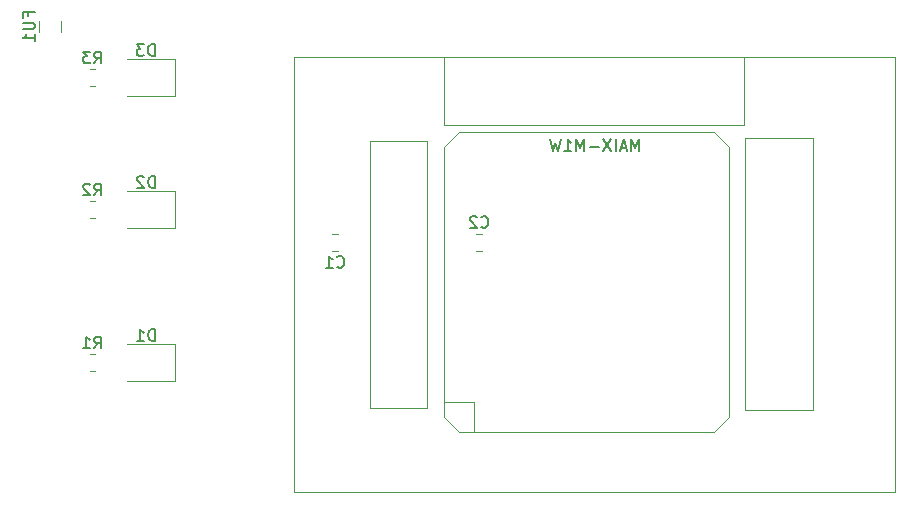
<source format=gbr>
%TF.GenerationSoftware,KiCad,Pcbnew,(5.1.10)-1*%
%TF.CreationDate,2021-10-19T15:45:20+08:00*%
%TF.ProjectId,M1W,4d31572e-6b69-4636-9164-5f7063625858,rev?*%
%TF.SameCoordinates,Original*%
%TF.FileFunction,Legend,Bot*%
%TF.FilePolarity,Positive*%
%FSLAX46Y46*%
G04 Gerber Fmt 4.6, Leading zero omitted, Abs format (unit mm)*
G04 Created by KiCad (PCBNEW (5.1.10)-1) date 2021-10-19 15:45:20*
%MOMM*%
%LPD*%
G01*
G04 APERTURE LIST*
%ADD10C,0.120000*%
%ADD11C,0.150000*%
G04 APERTURE END LIST*
D10*
%TO.C,R3*%
X180821064Y-103913000D02*
X180366936Y-103913000D01*
X180821064Y-105383000D02*
X180366936Y-105383000D01*
%TO.C,R2*%
X180821064Y-115089000D02*
X180366936Y-115089000D01*
X180821064Y-116559000D02*
X180366936Y-116559000D01*
%TO.C,R1*%
X180821064Y-128043000D02*
X180366936Y-128043000D01*
X180821064Y-129513000D02*
X180366936Y-129513000D01*
%TO.C,D3*%
X183529500Y-103063000D02*
X187589500Y-103063000D01*
X187589500Y-103063000D02*
X187589500Y-106233000D01*
X187589500Y-106233000D02*
X183529500Y-106233000D01*
%TO.C,D2*%
X183566000Y-114239000D02*
X187626000Y-114239000D01*
X187626000Y-114239000D02*
X187626000Y-117409000D01*
X187626000Y-117409000D02*
X183566000Y-117409000D01*
%TO.C,D1*%
X183566000Y-127193000D02*
X187626000Y-127193000D01*
X187626000Y-127193000D02*
X187626000Y-130363000D01*
X187626000Y-130363000D02*
X183566000Y-130363000D01*
%TO.C,C2*%
X213621252Y-117883000D02*
X213098748Y-117883000D01*
X213621252Y-119353000D02*
X213098748Y-119353000D01*
%TO.C,C1*%
X200906748Y-119353000D02*
X201429252Y-119353000D01*
X200906748Y-117883000D02*
X201429252Y-117883000D01*
%TO.C,FU1*%
X176128000Y-99839545D02*
X176128000Y-100820455D01*
X177948000Y-99839545D02*
X177948000Y-100820455D01*
%TO.C,MAIN1*%
X235899001Y-124647001D02*
X235899001Y-132775001D01*
X241614001Y-132775001D02*
X241614001Y-124647001D01*
X235899001Y-132775001D02*
X241614001Y-132775001D01*
X204149001Y-110042001D02*
X204149001Y-127695001D01*
X208975001Y-110042001D02*
X204149001Y-110042001D01*
X208975001Y-127695001D02*
X208975001Y-110042001D01*
X204149001Y-132648001D02*
X204149001Y-132521001D01*
X208975001Y-132648001D02*
X204149001Y-132648001D01*
X208975001Y-127695001D02*
X208975001Y-132648001D01*
X204149001Y-132521001D02*
X204149001Y-127695001D01*
X197672001Y-139760001D02*
X197672001Y-102930001D01*
X197672001Y-102930001D02*
X248599001Y-102930001D01*
X248599001Y-102930001D02*
X248599001Y-139760001D01*
X248599001Y-139760001D02*
X197672001Y-139760001D01*
X210372001Y-133410001D02*
X211642001Y-134680001D01*
X211642001Y-134680001D02*
X233232001Y-134680001D01*
X233232001Y-134680001D02*
X234502001Y-133410001D01*
X234502001Y-133410001D02*
X234502001Y-113090001D01*
X210372001Y-133410001D02*
X210372001Y-110550001D01*
X210372001Y-110550001D02*
X211642001Y-109280001D01*
X211642001Y-109280001D02*
X233232001Y-109280001D01*
X233232001Y-109280001D02*
X234502001Y-110550001D01*
X234502001Y-110550001D02*
X234502001Y-113090001D01*
X210372001Y-132140001D02*
X212912001Y-132140001D01*
X212912001Y-132140001D02*
X212912001Y-134680001D01*
X235899001Y-109788001D02*
X235899001Y-124647001D01*
X241614001Y-109788001D02*
X235899001Y-109788001D01*
X241614001Y-124647001D02*
X241614001Y-109788001D01*
X210372001Y-102930001D02*
X210372001Y-108645001D01*
X210372001Y-108645001D02*
X218500001Y-108645001D01*
X218500001Y-102930001D02*
X210372001Y-102930001D01*
X235772001Y-108645001D02*
X235772001Y-102930001D01*
X218500001Y-108645001D02*
X235772001Y-108645001D01*
X233359001Y-102930001D02*
X218500001Y-102930001D01*
%TO.C,R3*%
D11*
X180760666Y-103450380D02*
X181094000Y-102974190D01*
X181332095Y-103450380D02*
X181332095Y-102450380D01*
X180951142Y-102450380D01*
X180855904Y-102498000D01*
X180808285Y-102545619D01*
X180760666Y-102640857D01*
X180760666Y-102783714D01*
X180808285Y-102878952D01*
X180855904Y-102926571D01*
X180951142Y-102974190D01*
X181332095Y-102974190D01*
X180427333Y-102450380D02*
X179808285Y-102450380D01*
X180141619Y-102831333D01*
X179998761Y-102831333D01*
X179903523Y-102878952D01*
X179855904Y-102926571D01*
X179808285Y-103021809D01*
X179808285Y-103259904D01*
X179855904Y-103355142D01*
X179903523Y-103402761D01*
X179998761Y-103450380D01*
X180284476Y-103450380D01*
X180379714Y-103402761D01*
X180427333Y-103355142D01*
%TO.C,R2*%
X180760666Y-114626380D02*
X181094000Y-114150190D01*
X181332095Y-114626380D02*
X181332095Y-113626380D01*
X180951142Y-113626380D01*
X180855904Y-113674000D01*
X180808285Y-113721619D01*
X180760666Y-113816857D01*
X180760666Y-113959714D01*
X180808285Y-114054952D01*
X180855904Y-114102571D01*
X180951142Y-114150190D01*
X181332095Y-114150190D01*
X180379714Y-113721619D02*
X180332095Y-113674000D01*
X180236857Y-113626380D01*
X179998761Y-113626380D01*
X179903523Y-113674000D01*
X179855904Y-113721619D01*
X179808285Y-113816857D01*
X179808285Y-113912095D01*
X179855904Y-114054952D01*
X180427333Y-114626380D01*
X179808285Y-114626380D01*
%TO.C,R1*%
X180760666Y-127580380D02*
X181094000Y-127104190D01*
X181332095Y-127580380D02*
X181332095Y-126580380D01*
X180951142Y-126580380D01*
X180855904Y-126628000D01*
X180808285Y-126675619D01*
X180760666Y-126770857D01*
X180760666Y-126913714D01*
X180808285Y-127008952D01*
X180855904Y-127056571D01*
X180951142Y-127104190D01*
X181332095Y-127104190D01*
X179808285Y-127580380D02*
X180379714Y-127580380D01*
X180094000Y-127580380D02*
X180094000Y-126580380D01*
X180189238Y-126723238D01*
X180284476Y-126818476D01*
X180379714Y-126866095D01*
%TO.C,D3*%
X185867595Y-102820380D02*
X185867595Y-101820380D01*
X185629500Y-101820380D01*
X185486642Y-101868000D01*
X185391404Y-101963238D01*
X185343785Y-102058476D01*
X185296166Y-102248952D01*
X185296166Y-102391809D01*
X185343785Y-102582285D01*
X185391404Y-102677523D01*
X185486642Y-102772761D01*
X185629500Y-102820380D01*
X185867595Y-102820380D01*
X184962833Y-101820380D02*
X184343785Y-101820380D01*
X184677119Y-102201333D01*
X184534261Y-102201333D01*
X184439023Y-102248952D01*
X184391404Y-102296571D01*
X184343785Y-102391809D01*
X184343785Y-102629904D01*
X184391404Y-102725142D01*
X184439023Y-102772761D01*
X184534261Y-102820380D01*
X184819976Y-102820380D01*
X184915214Y-102772761D01*
X184962833Y-102725142D01*
%TO.C,D2*%
X185904095Y-113996380D02*
X185904095Y-112996380D01*
X185666000Y-112996380D01*
X185523142Y-113044000D01*
X185427904Y-113139238D01*
X185380285Y-113234476D01*
X185332666Y-113424952D01*
X185332666Y-113567809D01*
X185380285Y-113758285D01*
X185427904Y-113853523D01*
X185523142Y-113948761D01*
X185666000Y-113996380D01*
X185904095Y-113996380D01*
X184951714Y-113091619D02*
X184904095Y-113044000D01*
X184808857Y-112996380D01*
X184570761Y-112996380D01*
X184475523Y-113044000D01*
X184427904Y-113091619D01*
X184380285Y-113186857D01*
X184380285Y-113282095D01*
X184427904Y-113424952D01*
X184999333Y-113996380D01*
X184380285Y-113996380D01*
%TO.C,D1*%
X185904095Y-126950380D02*
X185904095Y-125950380D01*
X185666000Y-125950380D01*
X185523142Y-125998000D01*
X185427904Y-126093238D01*
X185380285Y-126188476D01*
X185332666Y-126378952D01*
X185332666Y-126521809D01*
X185380285Y-126712285D01*
X185427904Y-126807523D01*
X185523142Y-126902761D01*
X185666000Y-126950380D01*
X185904095Y-126950380D01*
X184380285Y-126950380D02*
X184951714Y-126950380D01*
X184666000Y-126950380D02*
X184666000Y-125950380D01*
X184761238Y-126093238D01*
X184856476Y-126188476D01*
X184951714Y-126236095D01*
%TO.C,C2*%
X213526666Y-117295142D02*
X213574285Y-117342761D01*
X213717142Y-117390380D01*
X213812380Y-117390380D01*
X213955238Y-117342761D01*
X214050476Y-117247523D01*
X214098095Y-117152285D01*
X214145714Y-116961809D01*
X214145714Y-116818952D01*
X214098095Y-116628476D01*
X214050476Y-116533238D01*
X213955238Y-116438000D01*
X213812380Y-116390380D01*
X213717142Y-116390380D01*
X213574285Y-116438000D01*
X213526666Y-116485619D01*
X213145714Y-116485619D02*
X213098095Y-116438000D01*
X213002857Y-116390380D01*
X212764761Y-116390380D01*
X212669523Y-116438000D01*
X212621904Y-116485619D01*
X212574285Y-116580857D01*
X212574285Y-116676095D01*
X212621904Y-116818952D01*
X213193333Y-117390380D01*
X212574285Y-117390380D01*
%TO.C,C1*%
X201334666Y-120655142D02*
X201382285Y-120702761D01*
X201525142Y-120750380D01*
X201620380Y-120750380D01*
X201763238Y-120702761D01*
X201858476Y-120607523D01*
X201906095Y-120512285D01*
X201953714Y-120321809D01*
X201953714Y-120178952D01*
X201906095Y-119988476D01*
X201858476Y-119893238D01*
X201763238Y-119798000D01*
X201620380Y-119750380D01*
X201525142Y-119750380D01*
X201382285Y-119798000D01*
X201334666Y-119845619D01*
X200382285Y-120750380D02*
X200953714Y-120750380D01*
X200668000Y-120750380D02*
X200668000Y-119750380D01*
X200763238Y-119893238D01*
X200858476Y-119988476D01*
X200953714Y-120036095D01*
%TO.C,FU1*%
X175188571Y-99472857D02*
X175188571Y-99139523D01*
X175712380Y-99139523D02*
X174712380Y-99139523D01*
X174712380Y-99615714D01*
X174712380Y-99996666D02*
X175521904Y-99996666D01*
X175617142Y-100044285D01*
X175664761Y-100091904D01*
X175712380Y-100187142D01*
X175712380Y-100377619D01*
X175664761Y-100472857D01*
X175617142Y-100520476D01*
X175521904Y-100568095D01*
X174712380Y-100568095D01*
X175712380Y-101568095D02*
X175712380Y-100996666D01*
X175712380Y-101282380D02*
X174712380Y-101282380D01*
X174855238Y-101187142D01*
X174950476Y-101091904D01*
X174998095Y-100996666D01*
%TO.C,MAIN1*%
X226913286Y-110875381D02*
X226913286Y-109875381D01*
X226579953Y-110589667D01*
X226246620Y-109875381D01*
X226246620Y-110875381D01*
X225818048Y-110589667D02*
X225341858Y-110589667D01*
X225913286Y-110875381D02*
X225579953Y-109875381D01*
X225246620Y-110875381D01*
X224913286Y-110875381D02*
X224913286Y-109875381D01*
X224532334Y-109875381D02*
X223865667Y-110875381D01*
X223865667Y-109875381D02*
X224532334Y-110875381D01*
X223484715Y-110494429D02*
X222722810Y-110494429D01*
X222246620Y-110875381D02*
X222246620Y-109875381D01*
X221913286Y-110589667D01*
X221579953Y-109875381D01*
X221579953Y-110875381D01*
X220579953Y-110875381D02*
X221151381Y-110875381D01*
X220865667Y-110875381D02*
X220865667Y-109875381D01*
X220960905Y-110018239D01*
X221056143Y-110113477D01*
X221151381Y-110161096D01*
X220246620Y-109875381D02*
X220008524Y-110875381D01*
X219818048Y-110161096D01*
X219627572Y-110875381D01*
X219389477Y-109875381D01*
%TD*%
M02*

</source>
